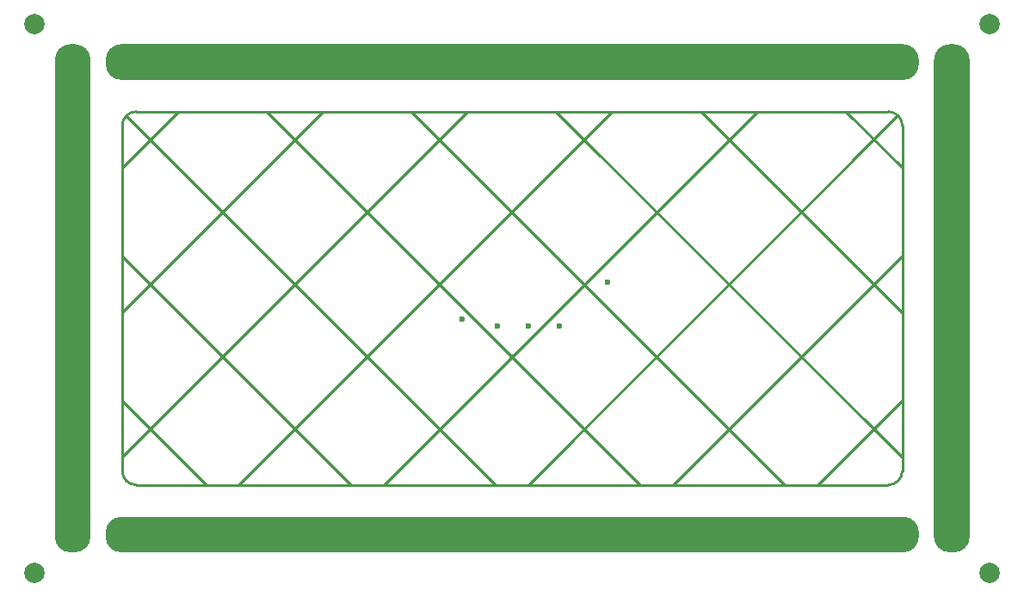
<source format=gtl>
G04 Layer: TopLayer*
G04 EasyEDA Pro v2.2.36.5, 2025-02-22 11:45:42*
G04 Gerber Generator version 0.3*
G04 Scale: 100 percent, Rotated: No, Reflected: No*
G04 Dimensions in millimeters*
G04 Leading zeros omitted, absolute positions, 4 integers and 5 decimals*
%FSLAX45Y45*%
%MOMM*%
%ADD10C,0.254*%
%ADD11C,2.0*%
%ADD12C,0.6*%
G75*

G54D10*

G04 Copper Start*
G01X8837300Y1300000D02*
G02X8700000Y1162700I-137300J0D01*
G01X1300000Y1162700D01*
G02X1162700Y1300000I0J137300D01*
G01X1162700Y4700000D01*
G02X1300000Y4837300I137300J0D01*
G01X8700000Y4837300D01*
G02X8837300Y4700000I0J-137300D01*
G01X8837300Y1300000D01*
G01X1162700Y4288599D02*
G01X1711401Y4837300D01*
G01X1162700Y2864628D02*
G01X3135372Y4837300D01*
G01X1162700Y1440656D02*
G01X4559344Y4837300D01*
G01X2308716Y1162700D02*
G01X5983315Y4837300D01*
G01X3732687Y1162700D02*
G01X7407287Y4837300D01*
G01X5156659Y1162700D02*
G01X8794018Y4800059D01*
G01X6580630Y1162700D02*
G01X8837300Y3419370D01*
G01X8004602Y1162700D02*
G01X8837300Y1995398D01*
G01X1162700Y1987904D02*
G01X1987904Y1162700D01*
G01X1162700Y3411876D02*
G01X3411876Y1162700D01*
G01X1202191Y4796357D02*
G01X4835848Y1162700D01*
G01X2585219Y4837300D02*
G01X6259819Y1162700D01*
G01X4009191Y4837300D02*
G01X7683791Y1162700D01*
G01X5433162Y4837300D02*
G01X8837300Y1433162D01*
G01X6857134Y4837300D02*
G01X8837300Y2857134D01*
G01X8281105Y4837300D02*
G01X8837300Y4281105D01*
G04 Copper End*

G04 Rect Start*
G36*
G01X500000Y650000D02*
G01X500000Y5350000D01*
G02X650000Y5500000I150000J0D01*
G01X700000Y5500000D01*
G02X850000Y5350000I0J-150000D01*
G01X850000Y650000D01*
G02X700000Y500000I-150000J0D01*
G01X650000Y500000D01*
G02X500000Y650000I0J150000D01*
G37*
G36*
G01X9150000Y650000D02*
G01X9150000Y5350000D01*
G02X9300000Y5500000I150000J0D01*
G01X9350000Y5500000D01*
G02X9500000Y5350000I0J-150000D01*
G01X9500000Y650000D01*
G02X9350000Y500000I-150000J0D01*
G01X9300000Y500000D01*
G02X9150000Y650000I0J150000D01*
G37*
G36*
G01X8850000Y5150000D02*
G01X1150000Y5150000D01*
G02X1000000Y5300000I0J150000D01*
G01X1000000Y5350000D01*
G02X1150000Y5500000I150000J0D01*
G01X8850000Y5500000D01*
G02X9000000Y5350000I0J-150000D01*
G01X9000000Y5300000D01*
G02X8850000Y5150000I-150000J0D01*
G37*
G36*
G01X8850000Y500000D02*
G01X1150000Y500000D01*
G02X1000000Y650000I0J150000D01*
G01X1000000Y700000D01*
G02X1150000Y850000I150000J0D01*
G01X8850000Y850000D01*
G02X9000000Y700000I0J-150000D01*
G01X9000000Y650000D01*
G02X8850000Y500000I-150000J0D01*
G37*
G04 Rect End*

G04 Pad Start*
G54D11*
G01X300000Y5700000D03*
G01X9700000Y5700000D03*
G01X9700000Y300000D03*
G01X300000Y300000D03*
G04 Pad End*

G04 Via Start*
G54D12*
G01X825500Y2730500D03*
G01X4508500Y2794000D03*
G01X4851400Y2730500D03*
G01X5000000Y2424809D03*
G01X5156200Y2730500D03*
G01X5461000Y2730500D03*
G01X5936000Y3161000D03*
G01X9194800Y2730500D03*
G01X4330700Y5194300D03*
G01X5156200Y807719D03*
G04 Via End*

M02*


</source>
